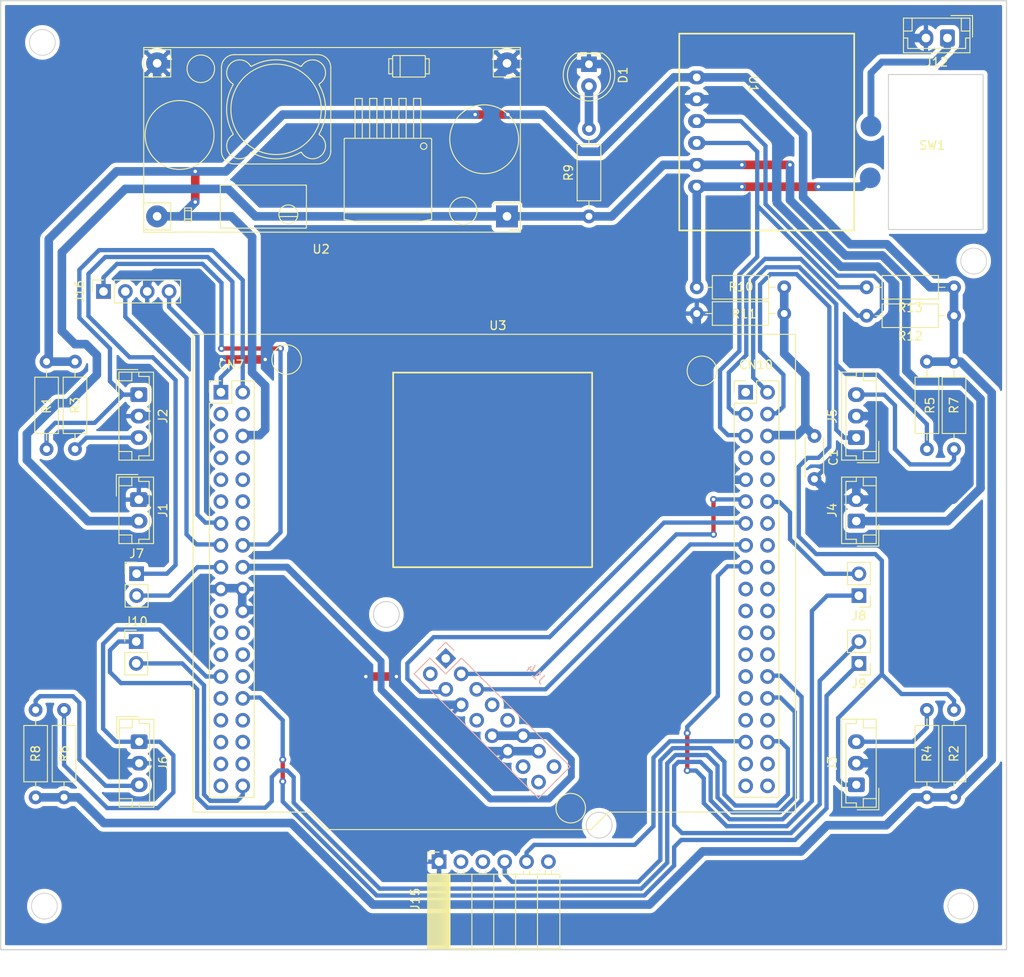
<source format=kicad_pcb>
(kicad_pcb (version 20211014) (generator pcbnew)
  (layers (0 "F.Cu" signal) (31 "B.Cu" signal) (34 "B.Paste" user) (35 "F.Paste" user) (36 "B.SilkS" user "B.Silkscreen") (37 "F.SilkS" user "F.Silkscreen") (38 "B.Mask" user) (39 "F.Mask" user) (44 "Edge.Cuts" user))
  (net 0 "")
  (net 1 "Vbat")
  (net 2 "GND")
  (net 3 "Net-(D1-Pad2)")
  (net 4 "+12V")
  (net 5 "MOTOR1_ENCODER")
  (net 6 "MOTOR3_ENCODER")
  (net 7 "MOTOR2_ENCODER")
  (net 8 "MOTOR4_ENCODER")
  (net 9 "MOTOR1_PWMN")
  (net 10 "MOTOR1_PWM")
  (net 11 "MOTOR2_PWMN")
  (net 12 "MOTOR2_PWM")
  (net 13 "MOTOR3_PWMN")
  (net 14 "MOTOR3_PWM")
  (net 15 "MOTOR4_PWMN")
  (net 16 "MOTOR4_PWM")
  (net 17 "+5V")
  (net 18 "Net-(J12-Pad1)")
  (net 19 "I2C_SDA")
  (net 20 "SPI_MISO")
  (net 21 "SPI_MOSI")
  (net 22 "SPI_SCLK")
  (net 33 "UART_TX")
  (net 34 "UART_RX")
  (net 36 "Net-(R10-Pad1)")
  (net 37 "I2C_SCL")
  (net 38 "SWDIO")
  (net 39 "SWCLK")
  (net 63 "+3V3")
  (net 87 "Net-(J6-Pad3)")
  (net 88 "Net-(J2-Pad3)")
  (net 90 "Net-(J3-Pad3)")
  (net 91 "Net-(J5-Pad3)")
  (footprint "Connector_PinSocket_2.54mm:PinSocket_1x04_P2.54mm_Vertical" (layer "F.Cu") (at 169.428 147.041 90)
    (fp_text reference "J16")
    (fp_text value "Conector_Programador")
  )
  (footprint "Connector_PinHeader_2.54mm:PinHeader_1x02_P2.54mm_Vertical" (layer "F.Cu") (at 173.228 187.706)
    (fp_text reference "J10")
    (fp_text value "Conector_Motor4")
  )
  (footprint "CustomLib:Nucleo_F303RE" (layer "F.Cu") (at 182.88 158.75)
    (fp_text reference "U3")
    (fp_text value "Nucleo_F303RE")
  )
  (footprint "Resistor_THT:R_Axial_DIN0207_L6.3mm_D2.5mm_P10.16mm_Horizontal" (layer "F.Cu") (at 248.4992 149.606 180)
    (fp_text reference "R11")
    (fp_text value "R")
  )
  (footprint "LED_THT:LED_D5.0mm" (layer "F.Cu") (at 225.82 120.645 -90)
    (fp_text reference "D1")
    (fp_text value "LED")
  )
  (footprint "Resistor_THT:R_Axial_DIN0207_L6.3mm_D2.5mm_P10.16mm_Horizontal" (layer "F.Cu") (at 268.224 149.86 180)
    (fp_text reference "R12")
    (fp_text value "4K7")
  )
  (footprint "Connector_PinHeader_2.54mm:PinHeader_1x02_P2.54mm_Vertical" (layer "F.Cu") (at 257.175 190.256 180)
    (fp_text reference "J9")
    (fp_text value "Conector_Motor3")
  )
  (footprint "Capacitor_THT:C_Disc_D4.3mm_W1.9mm_P5.00mm" (layer "F.Cu") (at 252.008 163.83 -90)
    (fp_text reference "C1")
    (fp_text value "100n")
  )
  (footprint "CustomLib:SW_SPST" (layer "F.Cu") (at 260.606 121.8438)
    (fp_text reference "SW1")
    (fp_text value "SW_SPST")
    (fp_rect (start 0 0) (end 11 18) (layer "Edge.Cuts") (width 0.12) (fill none))
  )
  (footprint "Connector_JST:JST_EH_B2B-EH-A_1x02_P2.50mm_Vertical" (layer "F.Cu") (at 256.875 173.716 90)
    (fp_text reference "J4")
    (fp_text value "Conector_Alim_PuenteH2")
  )
  (footprint "Connector_JST:JST_EH_B3B-EH-A_1x03_P2.50mm_Vertical" (layer "F.Cu") (at 173.574 199.343 -90)
    (fp_text reference "J6")
    (fp_text value "Conector_Encoder4")
  )
  (footprint "Connector_PinHeader_2.54mm:PinHeader_1x02_P2.54mm_Vertical" (layer "F.Cu") (at 257.175 182.377 180)
    (fp_text reference "J8")
    (fp_text value "Conector_Motor2")
  )
  (footprint "Resistor_THT:R_Axial_DIN0207_L6.3mm_D2.5mm_P10.16mm_Horizontal" (layer "F.Cu") (at 265.0744 155.194 -90)
    (fp_text reference "R5")
    (fp_text value "10k")
  )
  (footprint "Resistor_THT:R_Axial_DIN0207_L6.3mm_D2.5mm_P10.16mm_Horizontal" (layer "F.Cu") (at 268.224 155.194 -90)
    (fp_text reference "R7")
    (fp_text value "220")
  )
  (footprint "Resistor_THT:R_Axial_DIN0207_L6.3mm_D2.5mm_P10.16mm_Horizontal" (layer "F.Cu") (at 166.116 155.194 -90)
    (fp_text reference "R3")
    (fp_text value "220")
  )
  (footprint "Resistor_THT:R_Axial_DIN0207_L6.3mm_D2.5mm_P10.16mm_Horizontal" (layer "F.Cu") (at 265.0744 205.807 90)
    (fp_text reference "R4")
    (fp_text value "220")
  )
  (footprint "Resistor_THT:R_Axial_DIN0207_L6.3mm_D2.5mm_P10.16mm_Horizontal" (layer "F.Cu") (at 161.544 205.807 90)
    (fp_text reference "R8")
    (fp_text value "220")
  )
  (footprint "Resistor_THT:R_Axial_DIN0207_L6.3mm_D2.5mm_P10.16mm_Horizontal" (layer "F.Cu") (at 162.814 155.194 -90)
    (fp_text reference "R1")
    (fp_text value "10k")
  )
  (footprint "Resistor_THT:R_Axial_DIN0207_L6.3mm_D2.5mm_P10.16mm_Horizontal" (layer "F.Cu") (at 238.3392 146.558)
    (fp_text reference "R10")
    (fp_text value "R")
  )
  (footprint "Connector_JST:JST_EH_B3B-EH-A_1x03_P2.50mm_Vertical" (layer "F.Cu") (at 256.875 204.343 90)
    (fp_text reference "J3")
    (fp_text value "Conector_Encoder3")
  )
  (footprint "Resistor_THT:R_Axial_DIN0207_L6.3mm_D2.5mm_P10.16mm_Horizontal" (layer "F.Cu") (at 268.224 146.558 180)
    (fp_text reference "R13")
    (fp_text value "4K7")
  )
  (footprint "Connector_JST:JST_EH_B2B-EH-A_1x02_P2.50mm_Vertical" (layer "F.Cu") (at 173.528 171.216 -90)
    (fp_text reference "J1")
    (fp_text value "Conector_Alim_PuenteH1")
  )
  (footprint "Connector_JST:JST_EH_B2B-EH-A_1x02_P2.50mm_Vertical" (layer "F.Cu") (at 267.462 117.602 180)
    (fp_text reference "J12")
    (fp_text value "Conector_Baterias")
  )
  (footprint "CustomLib:INA219_Module" (layer "F.Cu") (at 238.3392 122.174 -90)
    (fp_text reference "U1")
    (fp_text value "INA219_Module")
  )
  (footprint "Connector_JST:JST_EH_B3B-EH-A_1x03_P2.50mm_Vertical" (layer "F.Cu") (at 256.875 164.024 90)
    (fp_text reference "J5")
    (fp_text value "Conector_Encoder2")
  )
  (footprint "Resistor_THT:R_Axial_DIN0207_L6.3mm_D2.5mm_P10.16mm_Horizontal" (layer "F.Cu") (at 225.82 138.3192 90)
    (fp_text reference "R9")
    (fp_text value "860")
  )
  (footprint "Connector_PinSocket_2.54mm:PinSocket_1x06_P2.54mm_Horizontal" (layer "F.Cu") (at 208.409095 213.278 90)
    (fp_text reference "J15")
    (fp_text value "Conector_ConversorUSB")
  )
  (footprint "Resistor_THT:R_Axial_DIN0207_L6.3mm_D2.5mm_P10.16mm_Horizontal" (layer "F.Cu") (at 268.224 205.807 90)
    (fp_text reference "R2")
    (fp_text value "10k")
  )
  (footprint "Connector_PinHeader_2.54mm:PinHeader_1x02_P2.54mm_Vertical" (layer "F.Cu") (at 173.274 179.827)
    (fp_text reference "J7")
    (fp_text value "Conector_Motor1")
  )
  (footprint "CustomLib:DCDC_StepDown_LM2596" (layer "F.Cu") (at 216.295 138.3192 180)
    (fp_text reference "U2")
    (fp_text value "LM2596_Module")
  )
  (footprint "Resistor_THT:R_Axial_DIN0207_L6.3mm_D2.5mm_P10.16mm_Horizontal" (layer "F.Cu") (at 164.846 205.807 90)
    (fp_text reference "R6")
    (fp_text value "10k")
  )
  (footprint "Connector_JST:JST_EH_B3B-EH-A_1x03_P2.50mm_Vertical" (layer "F.Cu") (at 173.528 159.024 -90)
    (fp_text reference "J2")
    (fp_text value "Conector_Encoder1")
  )
  (footprint "CustomLib:Conector_IMU" (layer "B.Cu") (at 221.877845 202.14623 135)
    (fp_text reference "J14")
    (fp_text value "Conector_IMU")
    (fp_circle (center 26.2904 -1.4224) (end 27.7904 -1.4224) (layer "Edge.Cuts") (width 0.12) (fill none))
    (fp_circle (center -8.5 -1.25) (end -7 -1.25) (layer "Edge.Cuts") (width 0.12) (fill none))
  )
  (gr_rect (start 203.073 156.464) (end 226.187 179.07) (layer "F.SilkS") (width 0.2) (fill none))
  (gr_rect (start 274.32 223.496) (end 157.48 113.26) (layer "Edge.Cuts") (width 0.15) (fill none))
  (gr_circle (center 162.33 118.11) (end 163.83 118.11) (layer "Edge.Cuts") (width 0.1) (fill none))
  (gr_circle (center 269.01 218.44) (end 270.51 218.44) (layer "Edge.Cuts") (width 0.1) (fill none))
  (gr_circle (center 162.56 218.44) (end 164.06 218.44) (layer "Edge.Cuts") (width 0.1) (fill none))
  (gr_circle (center 270.51 143.51) (end 272.01 143.51) (layer "Edge.Cuts") (width 0.1) (fill none))
  (segment (start 249.996 163.73) (end 250.952 162.774) (width 1) (layer "B.Cu") (net 1))
  (segment (start 250.952 156.718) (end 250.952 162.774) (width 1) (layer "B.Cu") (net 1))
  (segment (start 250.952 162.774) (end 252.008 163.83) (width 1) (layer "B.Cu") (net 1))
  (segment (start 246.5 163.73) (end 249.996 163.73) (width 1) (layer "B.Cu") (net 1))
  (segment (start 248.4992 149.606) (end 248.4992 154.2652) (width 1) (layer "B.Cu") (net 1))
  (segment (start 248.4992 154.2652) (end 250.952 156.718) (width 1) (layer "B.Cu") (net 1))
  (segment (start 248.4992 146.558) (end 248.4992 149.606) (width 1) (layer "B.Cu") (net 1))
  (segment (start 183.134 154.94) (end 188.214 154.94) (width 1) (layer "F.Cu") (net 2))
  (segment (start 199.898 191.77) (end 203.454 191.77) (width 1) (layer "F.Cu") (net 2))
  (via (at 188.214 154.94) (size 0.8) (drill 0.4) (layers "F.Cu" "B.Cu") (net 2))
  (via (at 199.898 191.77) (size 0.8) (drill 0.4) (layers "F.Cu" "B.Cu") (net 2))
  (via (at 203.454 191.77) (size 0.8) (drill 0.4) (layers "F.Cu" "B.Cu") (net 2))
  (via (at 183.134 154.94) (size 0.8) (drill 0.4) (layers "F.Cu" "B.Cu") (net 2))
  (segment (start 270.51 194.31) (end 270.51 197.358) (width 1) (layer "B.Cu") (net 2))
  (segment (start 243.332 124.714) (end 247.65 129.032) (width 1) (layer "B.Cu") (net 2))
  (segment (start 175.655 121.158) (end 176.163 120.65) (width 1) (layer "B.Cu") (net 2))
  (segment (start 199.898 191.77) (end 199.898 190.5) (width 1) (layer "B.Cu") (net 2))
  (segment (start 207.264 185.674) (end 219.71 185.674) (width 1) (layer "B.Cu") (net 2))
  (segment (start 188.976 152.4) (end 191.262 152.4) (width 1) (layer "B.Cu") (net 2))
  (segment (start 199.898 191.77) (end 199.898 193.802) (width 1) (layer "B.Cu") (net 2))
  (segment (start 262.636 192.532) (end 268.732 192.532) (width 1) (layer "B.Cu") (net 2))
  (segment (start 238.3392 166.2828) (end 238.3392 167.2192) (width 1) (layer "B.Cu") (net 2))
  (segment (start 181.934 146.374) (end 181.934 154.167057) (width 1) (layer "B.Cu") (net 2))
  (segment (start 191.262 152.4) (end 191.804 152.942) (width 1) (layer "B.Cu") (net 2))
  (segment (start 188.214 154.94) (end 188.214 153.162) (width 1) (layer "B.Cu") (net 2))
  (segment (start 235.966 124.714) (end 243.332 124.714) (width 1) (layer "B.Cu") (net 2))
  (segment (start 261.112 191.008) (end 262.636 192.532) (width 1) (layer "B.Cu") (net 2))
  (segment (start 191.804 177.834) (end 203.454 189.484) (width 1) (layer "B.Cu") (net 2))
  (segment (start 205.486 194.564) (end 211.364103 200.442103) (width 1) (layer "B.Cu") (net 2))
  (segment (start 216.8288 120.6242) (end 232.4358 120.6242) (width 1) (layer "B.Cu") (net 2))
  (segment (start 261.3868 156.9928) (end 263.398 159.004) (width 1) (layer "B.Cu") (net 2))
  (segment (start 168.402 176.784) (end 167.64 176.022) (width 1) (layer "B.Cu") (net 2))
  (segment (start 253.492 174.625) (end 254.635 175.768) (width 1) (layer "B.Cu") (net 2))
  (segment (start 259.334 166.37) (end 259.334 162.306) (width 1) (layer "B.Cu") (net 2))
  (segment (start 263.398 159.004) (end 268.732 159.004) (width 1) (layer "B.Cu") (net 2))
  (segment (start 180.45 144.89) (end 181.934 146.374) (width 1) (layer "B.Cu") (net 2))
  (segment (start 243.922 168.81) (end 244.022 168.91) (width 1) (layer "B.Cu") (net 2))
  (segment (start 219.71 185.674) (end 238.3392 167.0448) (width 1) (layer "B.Cu") (net 2))
  (segment (start 185.54 181.51) (end 183 181.51) (width 1) (layer "B.Cu") (net 2))
  (segment (start 175.24 161.524) (end 176.022 162.306) (width 1) (layer "B.Cu") (net 2))
  (segment (start 261.3868 146.189876) (end 261.3868 156.9928) (width 1) (layer "B.Cu") (net 2))
  (segment (start 183.062 181.61) (end 180.848 181.61) (width 1) (layer "B.Cu") (net 2))
  (segment (start 175.655 120.5392) (end 175.655 125.589) (width 1) (layer "B.Cu") (net 2))
  (segment (start 270.51 197.358) (end 266.025 201.843) (width 1) (layer "B.Cu") (net 2))
  (segment (start 266.025 201.843) (end 256.875 201.843) (width 1) (layer "B.Cu") (net 2))
  (segment (start 270.002 169.357522) (end 268.143522 171.216) (width 1) (layer "B.Cu") (net 2))
  (segment (start 205.975949 195.053949) (end 205.486 194.564) (width 1) (layer "B.Cu") (net 2))
  (segment (start 254.394 171.216) (end 252.008 168.83) (width 1) (layer "B.Cu") (net 2))
  (segment (start 214.63 129.032) (end 218.44 132.842) (width 1) (layer "B.Cu") (net 2))
  (segment (start 203.454 189.484) (end 207.264 185.674) (width 1) (layer "B.Cu") (net 2))
  (segment (start 253.492 172.118) (end 253.492 174.625) (width 1) (layer "B.Cu") (net 2))
  (segment (start 173.528 161.524) (end 175.24 161.524) (width 1) (layer "B.Cu") (net 2))
  (segment (start 261.112 177.546) (end 261.112 191.008) (width 1) (layer "B.Cu") (net 2))
  (segment (start 174.508 147.041) (end 174.508 145.838919) (width 1) (layer "B.Cu") (net 2))
  (segment (start 176.163 120.65) (end 215.787 120.65) (width 1) (layer "B.Cu") (net 2))
  (segment (start 216.369483 200.442103) (end 219.961586 200.442103) (width 1) (layer "B.Cu") (net 2))
  (segment (start 256.875 168.829) (end 259.334 166.37) (width 1) (layer "B.Cu") (net 2))
  (segment (start 254.394 171.216) (end 253.492 172.118) (width 1) (layer "B.Cu") (net 2))
  (segment (start 203.454 191.77) (end 203.454 192.532) (width 1) (layer "B.Cu") (net 2))
  (segment (start 238.3392 167.0448) (end 238.3392 166.2828) (width 1) (layer "B.Cu") (net 2))
  (segment (start 256.875 171.216) (end 256.875 168.829) (width 1) (layer "B.Cu") (net 2))
  (segment (start 247.65 129.032) (end 247.65 136.737596) (width 1) (layer "B.Cu") (net 2))
  (segment (start 268.732 159.004) (end 270.002 160.274) (width 1) (layer "B.Cu") (net 2))
  (segment (start 259.334 175.768) (end 261.112 177.546) (width 1) (layer "B.Cu") (net 2))
  (segment (start 268.143522 171.216) (end 256.875 171.216) (width 1) (layer "B.Cu") (net 2))
  (segment (start 258.552 161.524) (end 256.875 161.524) (width 1) (layer "B.Cu") (net 2))
  (segment (start 176.022 162.306) (end 176.022 175.006) (width 1) (layer "B.Cu") (net 2))
  (segment (start 208.409095 202.313095) (end 208.409095 213.278) (width 1) (layer "B.Cu") (net 2))
  (segment (start 188.214 153.162) (end 188.976 152.4) (width 1) (layer "B.Cu") (net 2))
  (segment (start 259.334 162.306) (end 258.552 161.524) (width 1) (layer "B.Cu") (net 2))
  (segment (start 174.772 171.216) (end 173.528 171.216) (width 1) (layer "B.Cu") (net 2))
  (segment (start 185.54 184.05) (end 185.54 181.51) (width 1) (layer "B.Cu") (net 2))
  (segment (start 216.295 121.158) (end 214.63 122.823) (width 1) (layer "B.Cu") (net 2))
  (segment (start 235.458 117.602) (end 264.962 117.602) (width 1) (layer "B.Cu") (net 2))
  (segment (start 178.054 184.404) (end 170.434 184.404) (width 1) (layer "B.Cu") (net 2))
  (segment (start 216.295 121.158) (end 216.8288 120.6242) (width 1) (layer "B.Cu") (net 2))
  (segment (start 256.875 171.216) (end 254.394 171.216) (width 1) (layer "B.Cu") (net 2))
  (segment (start 203.454 191.77) (end 203.454 189.484) (width 1) (layer "B.Cu") (net 2))
  (segment (start 199.898 193.802) (end 208.409095 202.313095) (width 1) (layer "B.Cu") (net 2))
  (segment (start 176.022 175.006) (end 174.244 176.784) (width 1) (layer "B.Cu") (net 2))
  (segment (start 215.787 120.65) (end 216.295 121.158) (width 1) (layer "B.Cu") (net 2))
  (segment (start 176.022 172.466) (end 174.772 171.216) (width 1) (layer "B.Cu") (net 2))
  (segment (start 175.456919 144.89) (end 180.45 144.89) (width 1) (layer "B.Cu") (net 2))
  (segment (start 259.354924 144.158) (end 261.3868 146.189876) (width 1) (layer "B.Cu") (net 2))
  (segment (start 199.898 190.5) (end 193.448 184.05) (width 1) (layer "B.Cu") (net 2))
  (segment (start 270.002 160.274) (end 270.002 169.357522) (width 1) (layer "B.Cu") (net 2))
  (segment (start 238.3392 149.606) (end 238.3392 166.2828) (width 1) (layer "B.Cu") (net 2))
  (segment (start 168.148 200.152) (end 168.148 182.118) (width 1) (layer "B.Cu") (net 2))
  (segment (start 254.635 175.768) (end 259.334 175.768) (width 1) (layer "B.Cu") (net 2))
  (segment (start 255.070404 144.158) (end 259.354924 144.158) (width 1) (layer "B.Cu") (net 2))
  (segment (start 210.98133 195.053949) (end 205.975949 195.053949) (width 1) (layer "B.Cu") (net 2))
  (segment (start 180.848 181.61) (end 178.054 184.404) (width 1) (layer "B.Cu") (net 2))
  (segment (start 191.804 152.942) (end 191.804 177.834) (width 1) (layer "B.Cu") (net 2))
  (segment (start 247.65 136.737596) (end 255.070404 144.158) (width 1) (layer "B.Cu") (net 2))
  (segment (start 240.03 168.91) (end 244.022 168.91) (width 1) (layer "B.Cu") (net 2))
  (segment (start 158.75 142.494) (end 158.75 167.132) (width 1) (layer "B.Cu") (net 2))
  (segment (start 211.364103 200.442103) (end 216.369483 200.442103) (width 1) (layer "B.Cu") (net 2))
  (segment (start 182.706943 154.94) (end 183.134 154.94) (width 1) (layer "B.Cu") (net 2))
  (segment (start 214.63 122.823) (end 214.63 129.032) (width 1) (layer "B.Cu") (net 2))
  (segment (start 173.574 201.843) (end 169.839 201.843) (width 1) (layer "B.Cu") (net 2))
  (segment (start 174.508 145.838919) (end 175.456919 144.89) (width 1) (layer "B.Cu") (net 2))
  (segment (start 238.3392 149.606) (end 238.252 149.6932) (width 1) (layer "B.Cu") (net 2))
  (segment (start 193.448 184.05) (end 185.54 184.05) (width 1) (layer "B.Cu") (net 2))
  (segment (start 238.3392 167.2192) (end 240.03 168.91) (width 1) (layer "B.Cu") (net 2))
  (segment (start 158.75 167.132) (end 167.64 176.022) (width 1) (layer "B.Cu") (net 2))
  (segment (start 227.838 132.842) (end 235.966 124.714) (width 1) (layer "B.Cu") (net 2))
  (segment (start 168.148 182.118) (end 168.148 176.53) (width 1) (layer "B.Cu") (net 2))
  (segment (start 175.655 125.589) (end 158.75 142.494) (width 1) (layer "B.Cu") (net 2))
  (segment (start 181.934 154.167057) (end 182.706943 154.94) (width 1) (layer "B.Cu") (net 2))
  (segment (start 168.148 176.53) (end 167.64 176.022) (width 1) (layer "B.Cu") (net 2))
  (segment (start 232.4358 120.6242) (end 235.458 117.602) (width 1) (layer "B.Cu") (net 2))
  (segment (start 169.839 201.843) (end 168.148 200.152) (width 1) (layer "B.Cu") (net 2))
  (segment (start 174.244 176.784) (end 168.402 176.784) (width 1) (layer "B.Cu") (net 2))
  (segment (start 268.732 192.532) (end 270.51 194.31) (width 1) (layer "B.Cu") (net 2))
  (segment (start 218.44 132.842) (end 227.838 132.842) (width 1) (layer "B.Cu") (net 2))
  (segment (start 170.434 184.404) (end 168.148 182.118) (width 1) (layer "B.Cu") (net 2))
  (segment (start 203.454 192.532) (end 205.486 194.564) (width 1) (layer "B.Cu") (net 2))
  (segment (start 225.82 123.698) (end 225.82 127.923) (width 1) (layer "B.Cu") (net 3))
  (segment (start 249.174 132.334) (end 243.586 132.334) (width 1) (layer "F.Cu") (net 4))
  (via (at 243.586 132.334) (size 0.8) (drill 0.4) (layers "F.Cu" "B.Cu") (net 4))
  (via (at 249.174 132.334) (size 0.8) (drill 0.4) (layers "F.Cu" "B.Cu") (net 4))
  (segment (start 271.302 169.896) (end 267.482 173.716) (width 1) (layer "B.Cu") (net 4))
  (segment (start 183.896 135.128) (end 187.0872 138.3192) (width 1) (layer "B.Cu") (net 4))
  (segment (start 262.6868 156.2608) (end 263.906 157.48) (width 1) (layer "B.Cu") (net 4))
  (segment (start 234.442 132.334) (end 228.4568 138.3192) (width 1) (layer "B.Cu") (net 4))
  (segment (start 243.586 132.334) (end 234.442 132.334) (width 1) (layer "B.Cu") (net 4))
  (segment (start 167.386 153.162) (end 166.116 153.162) (width 1) (layer "B.Cu") (net 4))
  (segment (start 165.354 160.02) (end 168.656 156.718) (width 1) (layer "B.Cu") (net 4))
  (segment (start 166.116 153.162) (end 164.592 151.638) (width 1) (layer "B.Cu") (net 4))
  (segment (start 249.174 132.334) (end 249.174 136.423118) (width 1) (layer "B.Cu") (net 4))
  (segment (start 216.295 138.3192) (end 225.82 138.3192) (width 1) (layer "B.Cu") (net 4))
  (segment (start 267.482 173.716) (end 256.875 173.716) (width 1) (layer "B.Cu") (net 4))
  (segment (start 263.906 157.48) (end 269.24 157.48) (width 1) (layer "B.Cu") (net 4))
  (segment (start 173.528 173.716) (end 167.62 173.716) (width 1) (layer "B.Cu") (net 4))
  (segment (start 269.24 157.48) (end 271.302 159.542) (width 1) (layer "B.Cu") (net 4))
  (segment (start 164.084 160.02) (end 165.354 160.02) (width 1) (layer "B.Cu") (net 4))
  (segment (start 160.528 166.624) (end 160.528 163.576) (width 1) (layer "B.Cu") (net 4))
  (segment (start 271.302 159.542) (end 271.302 169.896) (width 1) (layer "B.Cu") (net 4))
  (segment (start 160.528 163.576) (end 164.084 160.02) (width 1) (layer "B.Cu") (net 4))
  (segment (start 168.656 156.718) (end 168.656 154.432) (width 1) (layer "B.Cu") (net 4))
  (segment (start 167.62 173.716) (end 160.528 166.624) (width 1) (layer "B.Cu") (net 4))
  (segment (start 171.958 135.128) (end 183.896 135.128) (width 1) (layer "B.Cu") (net 4))
  (segment (start 164.592 142.494) (end 171.958 135.128) (width 1) (layer "B.Cu") (net 4))
  (segment (start 187.0872 138.3192) (end 216.295 138.3192) (width 1) (layer "B.Cu") (net 4))
  (segment (start 259.893402 142.858) (end 262.6868 145.651398) (width 1) (layer "B.Cu") (net 4))
  (segment (start 255.608882 142.858) (end 259.893402 142.858) (width 1) (layer "B.Cu") (net 4))
  (segment (start 249.174 136.423118) (end 255.608882 142.858) (width 1) (layer "B.Cu") (net 4))
  (segment (start 168.656 154.432) (end 167.386 153.162) (width 1) (layer "B.Cu") (net 4))
  (segment (start 228.4568 138.3192) (end 225.82 138.3192) (width 1) (layer "B.Cu") (net 4))
  (segment (start 262.6868 145.651398) (end 262.6868 156.2608) (width 1) (layer "B.Cu") (net 4))
  (segment (start 164.592 151.638) (end 164.592 142.494) (width 1) (layer "B.Cu") (net 4))
  (segment (start 170.18 153.67) (end 166.624 150.114) (width 0.5) (layer "B.Cu") (net 5))
  (segment (start 170.18 157.48) (end 170.18 153.67) (width 0.5) (layer "B.Cu") (net 5))
  (segment (start 171.684 159.024) (end 173.528 159.024) (width 0.5) (layer "B.Cu") (net 5))
  (segment (start 182.118 142.24) (end 185.602 145.724) (width 0.5) (layer "B.Cu") (net 5))
  (segment (start 162.814 165.354) (end 162.814 163.322) (width 0.5) (layer "B.Cu") (net 5))
  (segment (start 162.814 163.322) (end 163.83 162.306) (width 0.5) (layer "B.Cu") (net 5))
  (segment (start 166.624 150.114) (end 166.624 144.526) (width 0.5) (layer "B.Cu") (net 5))
  (segment (start 185.602 158.588) (end 185.54 158.65) (width 0.5) (layer "B.Cu") (net 5))
  (segment (start 163.83 162.306) (end 168.402 162.306) (width 0.5) (layer "B.Cu") (net 5))
  (segment (start 168.402 162.306) (end 171.684 159.024) (width 0.5) (layer "B.Cu") (net 5))
  (segment (start 171.724 159.024) (end 170.18 157.48) (width 0.5) (layer "B.Cu") (net 5))
  (segment (start 166.624 144.526) (end 168.91 142.24) (width 0.5) (layer "B.Cu") (net 5))
  (segment (start 168.91 142.24) (end 182.118 142.24) (width 0.5) (layer "B.Cu") (net 5))
  (segment (start 173.528 159.024) (end 171.724 159.024) (width 0.5) (layer "B.Cu") (net 5))
  (segment (start 185.602 145.724) (end 185.602 158.588) (width 0.5) (layer "B.Cu") (net 5))
  (segment (start 259.08 177.546) (end 252.222 177.546) (width 0.5) (layer "B.Cu") (net 6))
  (segment (start 250.19 175.514) (end 250.19 167.386) (width 0.5) (layer "B.Cu") (net 6))
  (segment (start 247.623 161.19) (end 246.5 161.19) (width 0.5) (layer "B.Cu") (net 6))
  (segment (start 250.19 167.386) (end 251.206 166.37) (width 0.5) (layer "B.Cu") (net 6))
  (segment (start 252.222 177.546) (end 250.19 175.514) (width 0.5) (layer "B.Cu") (net 6))
  (segment (start 262.128 193.802) (end 259.842 191.516) (width 0.5) (layer "B.Cu") (net 6))
  (segment (start 254.762 203.708) (end 255.397 204.343) (width 0.5) (layer "B.Cu") (net 6))
  (segment (start 259.842 178.308) (end 259.08 177.546) (width 0.5) (layer "B.Cu") (net 6))
  (segment (start 249.936 145.034) (end 246.888 145.034) (width 0.5) (layer "B.Cu") (net 6))
  (segment (start 259.842 191.516) (end 259.842 178.308) (width 0.5) (layer "B.Cu") (net 6))
  (segment (start 248.412 160.401) (end 247.623 161.19) (width 0.5) (layer "B.Cu") (net 6))
  (segment (start 259.842 191.516) (end 254.762 196.596) (width 0.5) (layer "B.Cu") (net 6))
  (segment (start 251.206 166.37) (end 252.476 166.37) (width 0.5) (layer "B.Cu") (net 6))
  (segment (start 268.224 194.564) (end 267.462 193.802) (width 0.5) (layer "B.Cu") (net 6))
  (segment (start 245.694 146.228) (end 245.694 154) (width 0.5) (layer "B.Cu") (net 6))
  (segment (start 267.462 193.802) (end 262.128 193.802) (width 0.5) (layer "B.Cu") (net 6))
  (segment (start 253.746 148.844) (end 249.936 145.034) (width 0.5) (layer "B.Cu") (net 6))
  (segment (start 252.476 166.37) (end 253.746 165.1) (width 0.5) (layer "B.Cu") (net 6))
  (segment (start 253.746 165.1) (end 253.746 148.844) (width 0.5) (layer "B.Cu") (net 6))
  (segment (start 254.762 196.596) (end 254.762 203.708) (width 0.5) (layer "B.Cu") (net 6))
  (segment (start 245.694 154) (end 248.412 156.718) (width 0.5) (layer "B.Cu") (net 6))
  (segment (start 246.888 145.034) (end 245.694 146.228) (width 0.5) (layer "B.Cu") (net 6))
  (segment (start 248.412 156.718) (end 248.412 160.401) (width 0.5) (layer "B.Cu") (net 6))
  (segment (start 255.397 204.343) (end 256.875 204.343) (width 0.5) (layer "B.Cu") (net 6))
  (segment (start 268.224 195.647) (end 268.224 194.564) (width 0.5) (layer "B.Cu") (net 6))
  (segment (start 254.546 163.106) (end 254.546 155.156) (width 0.5) (layer "B.Cu") (net 7))
  (segment (start 254.546 155.486) (end 254.546 155.156) (width 0.5) (layer "B.Cu") (net 7))
  (segment (start 256.875 164.024) (end 255.464 164.024) (width 0.5) (layer "B.Cu") (net 7))
  (segment (start 265.0744 162.4584) (end 259.334 156.718) (width 0.5) (layer "B.Cu") (net 7))
  (segment (start 265.0744 165.354) (end 265.0744 162.4584) (width 0.5) (layer "B.Cu") (net 7))
  (segment (start 246.418 144.234) (end 244.894 145.758) (width 0.5) (layer "B.Cu") (net 7))
  (segment (start 244.894 157.044) (end 246.6 158.75) (width 0.5) (layer "B.Cu") (net 7))
  (segment (start 254.546 155.156) (end 254.546 148.51263) (width 0.5) (layer "B.Cu") (net 7))
  (segment (start 244.894 145.758) (end 244.894 157.044) (width 0.5) (layer "B.Cu") (net 7))
  (segment (start 250.26737 144.234) (end 246.418 144.234) (width 0.5) (layer "B.Cu") (net 7))
  (segment (start 255.778 156.718) (end 254.546 155.486) (width 0.5) (layer "B.Cu") (net 7))
  (segment (start 255.464 164.024) (end 254.546 163.106) (width 0.5) (layer "B.Cu") (net 7))
  (segment (start 254.546 148.51263) (end 250.26737 144.234) (width 0.5) (layer "B.Cu") (net 7))
  (segment (start 259.334 156.718) (end 255.778 156.718) (width 0.5) (layer "B.Cu") (net 7))
  (segment (start 177.546 205.232) (end 175.73 207.048) (width 0.5) (layer "B.Cu") (net 8))
  (segment (start 175.892 186.306) (end 171.072 186.306) (width 0.5) (layer "B.Cu") (net 8))
  (segment (start 175.975 199.343) (end 177.546 200.914) (width 0.5) (layer "B.Cu") (net 8))
  (segment (start 181.356 191.77) (end 175.892 186.306) (width 0.5) (layer "B.Cu") (net 8))
  (segment (start 171.072 186.306) (end 169.38 187.998) (width 0.5) (layer "B.Cu") (net 8))
  (segment (start 183.062 191.77) (end 181.356 191.77) (width 0.5) (layer "B.Cu") (net 8))
  (segment (start 170.895 199.343) (end 173.574 199.343) (width 0.5) (layer "B.Cu") (net 8))
  (segment (start 169.38 187.998) (end 169.38 197.828) (width 0.5) (layer "B.Cu") (net 8))
  (segment (start 177.546 200.914) (end 177.546 205.232) (width 0.5) (layer "B.Cu") (net 8))
  (segment (start 169.84863 207.048) (end 164.846 202.04537) (width 0.5) (layer "B.Cu") (net 8))
  (segment (start 169.38 197.828) (end 170.895 199.343) (width 0.5) (layer "B.Cu") (net 8))
  (segment (start 175.73 207.048) (end 169.84863 207.048) (width 0.5) (layer "B.Cu") (net 8))
  (segment (start 164.846 202.04537) (end 164.846 195.647) (width 0.5) (layer "B.Cu") (net 8))
  (segment (start 173.574 199.343) (end 175.975 199.343) (width 0.5) (layer "B.Cu") (net 8))
  (segment (start 173.274 179.827) (end 176.789 179.827) (width 0.5) (layer "B.Cu") (net 9))
  (segment (start 176.789 179.827) (end 177.8 178.816) (width 0.5) (layer "B.Cu") (net 9))
  (segment (start 167.678 144.996) (end 169.634 143.04) (width 0.5) (layer "B.Cu") (net 9))
  (segment (start 181.53263 143.04) (end 184.404 145.91137) (width 0.5) (layer "B.Cu") (net 9))
  (segment (start 175.14463 154.686) (end 172.466 154.686) (width 0.5) (layer "B.Cu") (net 9))
  (segment (start 169.634 143.04) (end 181.53263 143.04) (width 0.5) (layer "B.Cu") (net 9))
  (segment (start 184.404 155.702) (end 183.062 157.044) (width 0.5) (layer "B.Cu") (net 9))
  (segment (start 183.062 157.044) (end 183.062 158.75) (width 0.5) (layer "B.Cu") (net 9))
  (segment (start 172.466 154.686) (end 167.678 149.898) (width 0.5) (layer "B.Cu") (net 9))
  (segment (start 177.8 178.816) (end 177.8 157.34137) (width 0.5) (layer "B.Cu") (net 9))
  (segment (start 184.404 145.91137) (end 184.404 155.702) (width 0.5) (layer "B.Cu") (net 9))
  (segment (start 167.678 149.898) (end 167.678 144.996) (width 0.5) (layer "B.Cu") (net 9))
  (segment (start 177.8 157.34137) (end 175.14463 154.686) (width 0.5) (layer "B.Cu") (net 9))
  (segment (start 173.274 182.367) (end 177.043 182.367) (width 0.5) (layer "B.Cu") (net 10))
  (segment (start 180.34 179.07) (end 183.062 179.07) (width 0.5) (layer "B.Cu") (net 10))
  (segment (start 177.043 182.367) (end 180.34 179.07) (width 0.5) (layer "B.Cu") (net 10))
  (segment (start 183 178.97) (end 182.97 179) (width 0.5) (layer "B.Cu") (net 10))
  (segment (start 237.236 202.692) (end 237.236 198.3405) (width 0.5) (layer "F.Cu") (net 11))
  (via (at 237.236 198.3405) (size 0.8) (drill 0.4) (layers "F.Cu" "B.Cu") (net 11))
  (via (at 237.236 202.692) (size 0.8) (drill 0.4) (layers "F.Cu" "B.Cu") (net 11))
  (segment (start 237.236 197.612) (end 240.792 194.056) (width 0.5) (layer "B.Cu") (net 11))
  (segment (start 253.487 182.377) (end 257.175 182.377) (width 0.5) (layer "B.Cu") (net 11))
  (segment (start 251.714 206.248) (end 251.714 184.15) (width 0.5) (layer "B.Cu") (net 11))
  (segment (start 240.792 180.086) (end 241.908 178.97) (width 0.5) (layer "B.Cu") (net 11))
  (segment (start 239.154 206.480113) (end 241.829889 209.156001) (width 0.5) (layer "B.Cu") (net 11))
  (segment (start 248.805999 209.156001) (end 251.714 206.248) (width 0.5) (layer "B.Cu") (net 11))
  (segment (start 237.236 198.3405) (end 237.236 197.612) (width 0.5) (layer "B.Cu") (net 11))
  (segment (start 251.714 184.15) (end 253.487 182.377) (width 0.5) (layer "B.Cu") (net 11))
  (segment (start 239.154 203.594) (end 239.154 206.480113) (width 0.5) (layer "B.Cu") (net 11))
  (segment (start 241.908 178.97) (end 243.96 178.97) (width 0.5) (layer "B.Cu") (net 11))
  (segment (start 237.236 202.692) (end 238.252 202.692) (width 0.5) (layer "B.Cu") (net 11))
  (segment (start 240.792 194.056) (end 240.792 180.086) (width 0.5) (layer "B.Cu") (net 11))
  (segment (start 241.829889 209.156001) (end 248.805999 209.156001) (width 0.5) (layer "B.Cu") (net 11))
  (segment (start 238.252 202.692) (end 239.154 203.594) (width 0.5) (layer "B.Cu") (net 11))
  (segment (start 247.954 171.5) (end 246.65 171.5) (width 0.5) (layer "B.Cu") (net 12))
  (segment (start 253.185315 179.837) (end 249.174 175.825685) (width 0.5) (layer "B.Cu") (net 12))
  (segment (start 257.175 179.837) (end 253.185315 179.837) (width 0.5) (layer "B.Cu") (net 12))
  (segment (start 249.174 175.825685) (end 249.174 172.72) (width 0.5) (layer "B.Cu") (net 12))
  (segment (start 249.174 172.72) (end 247.954 171.5) (width 0.5) (layer "B.Cu") (net 12))
  (segment (start 190.246 201.422) (end 190.246 203.962) (width 0.5) (layer "F.Cu") (net 13))
  (via (at 190.246 201.422) (size 0.8) (drill 0.4) (layers "F.Cu" "B.Cu") (net 13))
  (via (at 190.246 203.962) (size 0.8) (drill 0.4) (layers "F.Cu" "B.Cu") (net 13))
  (segment (start 201.164133 217.208) (end 232.233371 217.208) (width 0.5) (layer "B.Cu") (net 13))
  (segment (start 235.712 213.72937) (end 235.712 211.582) (width 0.5) (layer "B.Cu") (net 13))
  (segment (start 236.537999 210.756001) (end 249.745999 210.756001) (width 0.5) (layer "B.Cu") (net 13))
  (segment (start 253.416 194.015) (end 257.175 190.256) (width 0.5) (layer "B.Cu") (net 13))
  (segment (start 190.246 206.289867) (end 201.164133 217.208) (width 0.5) (layer "B.Cu") (net 13))
  (segment (start 187.606 194.21) (end 185.54 194.21) (width 0.5) (layer "B.Cu") (net 13))
  (segment (start 190.246 196.85) (end 187.606 194.21) (width 0.5) (layer "B.Cu") (net 13))
  (segment (start 190.246 203.962) (end 190.246 206.289867) (width 0.5) (layer "B.Cu") (net 13))
  (segment (start 232.233371 217.208) (end 235.712 213.72937) (width 0.5) (layer "B.Cu") (net 13))
  (segment (start 235.712 211.582) (end 236.537999 210.756001) (width 0.5) (layer "B.Cu") (net 13))
  (segment (start 190.246 201.422) (end 190.246 196.85) (width 0.5) (layer "B.Cu") (net 13))
  (segment (start 249.745999 210.756001) (end 253.416 207.086) (width 0.5) (layer "B.Cu") (net 13))
  (segment (start 253.416 207.086) (end 253.416 194.015) (width 0.5) (layer "B.Cu") (net 13))
  (segment (start 238.774 201.69) (end 236.206 201.69) (width 0.5) (layer "B.Cu") (net 14))
  (segment (start 250.52 194.132) (end 250.52 206.148741) (width 0.5) (layer "B.Cu") (net 14))
  (segment (start 252.616 206.616) (end 252.616 192.275) (width 0.5) (layer "B.Cu") (net 14))
  (segment (start 236.626001 209.956001) (end 249.275999 209.956001) (width 0.5) (layer "B.Cu") (net 14))
  (segment (start 252.616 192.275) (end 257.175 187.716) (width 0.5) (layer "B.Cu") (net 14))
  (segment (start 250.52 206.148741) (end 248.312742 208.356) (width 0.5) (layer "B.Cu") (net 14))
  (segment (start 235.712 209.042) (end 236.626001 209.956001) (width 0.5) (layer "B.Cu") (net 14))
  (segment (start 249.275999 209.956001) (end 252.616 206.616) (width 0.5) (layer "B.Cu") (net 14))
  (segment (start 246.5 191.67) (end 248.058 191.67) (width 0.5) (layer "B.Cu") (net 14))
  (segment (start 248.058 191.67) (end 250.52 194.132) (width 0.5) (layer "B.Cu") (net 14))
  (segment (start 239.954 206.148742) (end 239.954 202.87) (width 0.5) (layer "B.Cu") (net 14))
  (segment (start 235.712 202.184) (end 235.712 209.042) (width 0.5) (layer "B.Cu") (net 14))
  (segment (start 236.206 201.69) (end 235.712 202.184) (width 0.5) (layer "B.Cu") (net 14))
  (segment (start 242.161259 208.356) (end 239.954 206.148742) (width 0.5) (layer "B.Cu") (net 14))
  (segment (start 248.312742 208.356) (end 242.161259 208.356) (width 0.5) (layer "B.Cu") (net 14))
  (segment (start 239.954 202.87) (end 238.774 201.69) (width 0.5) (layer "B.Cu") (net 14))
  (segment (start 240.754 205.817371) (end 240.754 202.146) (width 0.5) (layer "B.Cu") (net 15))
  (segment (start 240.754 202.146) (end 239.498 200.89) (width 0.5) (layer "B.Cu") (net 15))
  (segment (start 189.738 202.692) (end 188.976 203.454) (width 0.5) (layer "B.Cu") (net 15))
  (segment (start 188.976 203.454) (end 188.976 206.248) (width 0.5) (layer "B.Cu") (net 15))
  (segment (start 180.302 193.256) (end 179.578 192.532) (width 0.5) (layer "B.Cu") (net 15))
  (segment (start 249.72 205.81737) (end 247.981371 207.556) (width 0.5) (layer "B.Cu") (net 15))
  (segment (start 171.196 187.706) (end 173.228 187.706) (width 0.5) (layer "B.Cu") (net 15))
  (segment (start 242.49263 207.556) (end 240.754 205.817371) (width 0.5) (layer "B.Cu") (net 15))
  (segment (start 248.058 194.21) (end 249.72 195.872) (width 0.5) (layer "B.Cu") (net 15))
  (segment (start 181.49463 207.01) (end 180.302 205.81737) (width 0.5) (layer "B.Cu") (net 15))
  (segment (start 246.5 194.21) (end 248.058 194.21) (width 0.5) (layer "B.Cu") (net 15))
  (segment (start 180.302 205.81737) (end 180.302 193.256) (width 0.5) (layer "B.Cu") (net 15))
  (segment (start 170.18 191.262) (end 170.18 188.722) (width 0.5) (layer "B.Cu") (net 15))
  (segment (start 235.87463 200.89) (end 234.912 201.85263) (width 0.5) (layer "B.Cu") (net 15))
  (segment (start 234.912 201.85263) (end 234.912 213.398) (width 0.5) (layer "B.Cu") (net 15))
  (segment (start 231.902 216.408) (end 201.495503 216.408) (width 0.5) (layer "B.Cu") (net 15))
  (segment (start 190.754 202.692) (end 189.738 202.692) (width 0.5) (layer "B.Cu") (net 15))
  (segment (start 188.214 207.01) (end 181.49463 207.01) (width 0.5) (layer "B.Cu") (net 15))
  (segment (start 246.6 194.31) (end 246.5 194.21) (width 0.5) (layer "B.Cu") (net 15))
  (segment (start 179.578 192.532) (end 171.45 192.532) (width 0.5) (layer "B.Cu") (net 15))
  (segment (start 170.18 188.722) (end 171.196 187.706) (width 0.5) (layer "B.Cu") (net 15))
  (segment (start 191.516 206.428497) (end 191.516 203.454) (width 0.5) (layer "B.Cu") (net 15))
  (segment (start 188.976 206.248) (end 188.214 207.01) (width 0.5) (layer "B.Cu") (net 15))
  (segment (start 171.45 192.532) (end 170.18 191.262) (width 0.5) (layer "B.Cu") (net 15))
  (segment (start 234.912 213.398) (end 231.902 216.408) (width 0.5) (layer "B.Cu") (net 15))
  (segment (start 249.72 195.872) (end 249.72 205.81737) (width 0.5) (layer "B.Cu") (net 15))
  (segment (start 247.981371 207.556) (end 242.49263 207.556) (width 0.5) (layer "B.Cu") (net 15))
  (segment (start 191.516 203.454) (end 190.754 202.692) (width 0.5) (layer "B.Cu") (net 15))
  (segment (start 201.495503 216.408) (end 191.516 206.428497) (width 0.5) (layer "B.Cu") (net 15))
  (segment (start 239.498 200.89) (end 235.87463 200.89) (width 0.5) (layer "B.Cu") (net 15))
  (segment (start 184.95 206.21) (end 181.826 206.21) (width 0.5) (layer "B.Cu") (net 16))
  (segment (start 181.102 192.786) (end 178.562 190.246) (width 0.5) (layer "B.Cu") (net 16))
  (segment (start 178.562 190.246) (end 173.228 190.246) (width 0.5) (layer "B.Cu") (net 16))
  (segment (start 185.602 205.558) (end 184.95 206.21) (width 0.5) (layer "B.Cu") (net 16))
  (segment (start 185.602 204.47) (end 185.602 205.558) (width 0.5) (layer "B.Cu") (net 16))
  (segment (start 181.102 205.486) (end 181.102 192.786) (width 0.5) (layer "B.Cu") (net 16))
  (segment (start 181.826 206.21) (end 181.102 205.486) (width 0.5) (layer "B.Cu") (net 16))
  (segment (start 212.598 126.492) (end 216.408 126.492) (width 1) (layer "F.Cu") (net 17))
  (segment (start 180.086 136.652) (end 180.086 133.096) (width 1) (layer "F.Cu") (net 17))
  (via (at 180.086 136.652) (size 0.8) (drill 0.4) (layers "F.Cu" "B.Cu") (net 17))
  (via (at 216.408 126.492) (size 0.8) (drill 0.4) (layers "F.Cu" "B.Cu") (net 17))
  (via (at 180.086 133.096) (size 0.8) (drill 0.4) (layers "F.Cu" "B.Cu") (net 17))
  (via (at 212.598 126.492) (size 0.8) (drill 0.4) (layers "F.Cu" "B.Cu") (net 17))
  (segment (start 191.259209 208.788) (end 200.729209 218.258) (width 1) (layer "B.Cu") (net 17))
  (segment (start 265.0744 155.194) (end 268.224 155.194) (width 1) (layer "B.Cu") (net 17))
  (segment (start 260.43188 141.558) (end 265.43188 146.558) (width 1) (layer "B.Cu") (net 17))
  (segment (start 201.676 193.294) (end 201.676 189.992) (width 0.8) (layer "B.Cu") (net 17))
  (segment (start 268.224 146.558) (end 268.224 155.194) (width 1) (layer "B.Cu") (net 17))
  (segment (start 272.602 158.81) (end 272.602 201.429) (width 1) (layer "B.Cu") (net 17))
  (segment (start 218.165534 198.646051) (end 220.998051 198.646051) (width 0.8) (layer "B.Cu") (net 17))
  (segment (start 201.676 189.992) (end 190.754 179.07) (width 0.8) (layer "B.Cu") (net 17))
  (segment (start 256.14736 141.558) (end 260.43188 141.558) (width 1) (layer "B.Cu") (net 17))
  (segment (start 260.35 209.042) (end 263.585 205.807) (width 1) (layer "B.Cu") (net 17))
  (segment (start 265.43188 146.558) (end 268.224 146.558) (width 1) (layer "B.Cu") (net 17))
  (segment (start 253.492 209.042) (end 260.35 209.042) (width 1) (layer "B.Cu") (net 17))
  (segment (start 250.698 128.778) (end 250.698 136.10864) (width 1) (layer "B.Cu") (net 17))
  (segment (start 263.585 205.807) (end 265.0744 205.807) (width 1) (layer "B.Cu") (net 17))
  (segment (start 188.214 157.988) (end 186.69 156.464) (width 1) (layer "B.Cu") (net 17))
  (segment (start 272.602 201.429) (end 268.224 205.807) (width 1) (layer "B.Cu") (net 17))
  (segment (start 185.54 179.008) (end 185.602 179.07) (width 0.8) (layer "B.Cu") (net 17))
  (segment (start 250.698 136.10864) (end 256.14736 141.558) (width 1) (layer "B.Cu") (net 17))
  (segment (start 220.472 126.492) (end 224.79 130.81) (width 1) (layer "B.Cu") (net 17))
  (segment (start 214.376 205.994) (end 201.676 193.294) (width 0.8) (layer "B.Cu") (net 17))
  (segment (start 214.573432 198.646051) (end 218.165534 198.646051) (width 1) (layer "B.Cu") (net 17))
  (segment (start 250.444 212.09) (end 253.492 209.042) (width 1) (layer "B.Cu") (net 17))
  (segment (start 184.2932 138.3192) (end 178.4188 138.3192) (width 1) (layer "B.Cu") (net 17))
  (segment (start 166.491782 205.807) (end 164.846 205.807) (width 1) (layer "B.Cu") (net 17))
  (segment (start 268.224 155.194) (end 268.986 155.194) (width 1) (layer "B.Cu") (net 17))
  (segment (start 220.998051 198.646051) (end 223.774 201.422) (width 0.8) (layer "B.Cu") (net 17))
  (segment (start 235.712 122.174) (end 238.3392 122.174) (width 1) (layer "B.Cu") (net 17))
  (segment (start 200.729209 218.258) (end 232.846 218.258) (width 1) (layer "B.Cu") (net 17))
  (segment (start 163.068 140.97) (end 163.068 154.94) (width 1) (layer "B.Cu") (net 17))
  (segment (start 265.0744 205.807) (end 268.224 205.807) (width 1) (layer "B.Cu") (net 17))
  (segment (start 190.754 179.07) (end 185.602 179.07) (width 0.8) (layer "B.Cu") (net 17))
  (segment (start 216.408 126.492) (end 220.472 126.492) (width 1) (layer "B.Cu") (net 17))
  (segment (start 164.846 205.807) (end 161.544 205.807) (width 1) (layer "B.Cu") (net 17))
  (segment (start 239.014 212.09) (end 250.444 212.09) (width 1) (layer "B.Cu") (net 17))
  (segment (start 188.214 163.068) (end 188.214 157.988) (width 1) (layer "B.Cu") (net 17))
  (segment (start 238.3392 122.174) (end 244.094 122.174) (width 1) (layer "B.Cu") (net 17))
  (segment (start 169.472782 208.788) (end 191.259209 208.788) (width 1) (layer "B.Cu") (net 17))
  (segment (start 224.79 130.81) (end 227.076 130.81) (width 1) (layer "B.Cu") (net 17))
  (segment (start 166.116 155.194) (end 162.814 155.194) (width 1) (layer "B.Cu") (net 17))
  (segment (start 163.068 154.94) (end 162.814 155.194) (width 1) (layer "B.Cu") (net 17))
  (segment (start 227.076 130.81) (end 235.712 122.174) (width 1) (layer "B.Cu") (net 17))
  (segment (start 186.69 156.464) (end 186.69 140.716) (width 1) (layer "B.Cu") (net 17))
  (segment (start 185.54 163.73) (end 187.552 163.73) (width 1) (layer "B.Cu") (net 17))
  (segment (start 223.774 201.422) (end 223.774 203.380498) (width 0.8) (layer "B.Cu") (net 17))
  (segment (start 180.086 133.096) (end 170.942 133.096) (width 1) (layer "B.Cu") (net 17))
  (segment (start 187.552 163.73) (end 188.214 163.068) (width 1) (layer "B.Cu") (net 17))
  (segment (start 183.642 133.096) (end 190.246 126.492) (width 1) (layer "B.Cu") (net 17))
  (segment (start 223.774 203.380498) (end 221.160498 205.994) (width 0.8) (layer "B.Cu") (net 17))
  (segment (start 268.986 155.194) (end 272.602 158.81) (width 1) (layer "B.Cu") (net 17))
  (segment (start 221.160498 205.994) (end 214.376 205.994) (width 0.8) (layer "B.Cu") (net 17))
  (segment (start 185.54 178.97) (end 185.54 179.008) (width 0.8) (layer "B.Cu") (net 17))
  (segment (start 170.942 133.096) (end 163.068 140.97) (width 1) (layer "B.Cu") (net 17))
  (segment (start 244.094 122.174) (end 250.698 128.778) (width 1) (layer "B.Cu") (net 17))
  (segment (start 161.449 205.74) (end 161.516 205.807) (width 1) (layer "B.Cu") (net 17))
  (segment (start 180.086 133.096) (end 183.642 133.096) (width 1) (layer "B.Cu") (net 17))
  (segment (start 161.912 205.74) (end 161.845 205.807) (width 1) (layer "B.Cu") (net 17))
  (segment (start 178.4188 138.3192) (end 175.655 138.3192) (width 1) (layer "B.Cu") (net 17))
  (segment (start 186.69 140.716) (end 184.2932 138.3192) (width 1) (layer "B.Cu") (net 17))
  (segment (start 166.491782 205.807) (end 169.472782 208.788) (width 1) (layer "B.Cu") (net 17))
  (segment (start 180.086 136.652) (end 178.4188 138.3192) (width 1) (layer "B.Cu") (net 17))
  (segment (start 190.246 126.492) (end 212.598 126.492) (width 1) (layer "B.Cu") (net 17))
  (segment (start 232.846 218.258) (end 239.014 212.09) (width 1) (layer "B.Cu") (net 17))
  (segment (start 258.574 127.8438) (end 258.574 121.664) (width 0.8) (layer "B.Cu") (net 18))
  (segment (start 267.462 118.811056) (end 267.462 117.602) (width 0.8) (layer "B.Cu") (net 18))
  (segment (start 259.842 120.396) (end 265.877056 120.396) (width 0.8) (layer "B.Cu") (net 18))
  (segment (start 258.574 121.664) (end 259.842 120.396) (width 0.8) (layer "B.Cu") (net 18))
  (segment (start 265.877056 120.396) (end 267.462 118.811056) (width 0.8) (layer "B.Cu") (net 18))
  (segment (start 241.962 163.73) (end 243.96 163.73) (width 0.5) (layer "B.Cu") (net 19))
  (segment (start 245.364 137.06789) (end 245.364 143.02526) (width 0.5) (layer "B.Cu") (net 19))
  (segment (start 238.3392 129.794) (end 244.348 129.794) (width 0.5) (layer "B.Cu") (net 19))
  (segment (start 245.364 137.06789) (end 254.85411 146.558) (width 0.5) (layer "B.Cu") (net 19))
  (segment (start 245.364 143.02526) (end 243.294 145.09526) (width 0.5) (layer "B.Cu") (net 19))
  (segment (start 245.364 130.81) (end 245.364 137.06789) (width 0.5) (layer "B.Cu") (net 19))
  (segment (start 243.294 153.962) (end 241.046 156.21) (width 0.5) (layer "B.Cu") (net 19))
  (segment (start 254.85411 146.558) (end 258.064 146.558) (width 0.5) (layer "B.Cu") (net 19))
  (segment (start 244.348 129.794) (end 245.364 130.81) (width 0.5) (layer "B.Cu") (net 19))
  (segment (start 241.046 156.21) (end 241.046 162.814) (width 0.5) (layer "B.Cu") (net 19))
  (segment (start 241.046 162.814) (end 241.962 163.73) (width 0.5) (layer "B.Cu") (net 19))
  (segment (start 243.294 145.09526) (end 243.294 153.962) (width 0.5) (layer "B.Cu") (net 19))
  (segment (start 234.542 173.89) (end 221.234 187.198) (width 0.5) (layer "B.Cu") (net 20))
  (segment (start 243.96 173.89) (end 234.542 173.89) (width 0.5) (layer "B.Cu") (net 20))
  (segment (start 221.234 187.198) (end 207.772 187.198) (width 0.5) (layer "B.Cu") (net 20))
  (segment (start 204.724 192.024) (end 206.248 193.548) (width 0.5) (layer "B.Cu") (net 20))
  (segment (start 207.772 187.198) (end 204.724 190.246) (width 0.5) (layer "B.Cu") (net 20))
  (segment (start 206.248 193.548) (end 208.895176 193.548) (width 0.5) (layer "B.Cu") (net 20))
  (segment (start 204.724 190.246) (end 204.724 192.024) (width 0.5) (layer "B.Cu") (net 20))
  (segment (start 208.895176 193.548) (end 209.185278 193.257898) (width 0.5) (layer "B.Cu") (net 20))
  (segment (start 212.777381 193.257898) (end 220.762102 193.257898) (width 0.5) (layer "B.Cu") (net 21))
  (segment (start 237.59 176.43) (end 243.96 176.43) (width 0.5) (layer "B.Cu") (net 21))
  (segment (start 220.762102 193.257898) (end 237.59 176.43) (width 0.5) (layer "B.Cu") (net 21))
  (segment (start 240.284 175.26) (end 240.284 171.196) (width 0.5) (layer "F.Cu") (net 22))
  (via (at 240.284 175.26) (size 0.8) (drill 0.4) (layers "F.Cu" "B.Cu") (net 22))
  (via (at 240.284 171.196) (size 0.8) (drill 0.4) (layers "F.Cu" "B.Cu") (net 22))
  (segment (start 210.98133 191.461847) (end 219.764153 191.461847) (width 0.5) (layer "B.Cu") (net 22))
  (segment (start 235.966 175.26) (end 240.284 175.26) (width 0.5) (layer "B.Cu") (net 22))
  (segment (start 243.806 171.196) (end 243.96 171.35) (width 0.5) (layer "B.Cu") (net 22))
  (segment (start 240.284 171.196) (end 243.806 171.196) (width 0.5) (layer "B.Cu") (net 22))
  (segment (start 219.764153 191.461847) (end 235.966 175.26) (width 0.5) (layer "B.Cu") (net 22))
  (segment (start 241.554 205.486) (end 241.554 201.676) (width 0.5) (layer "B.Cu") (net 33))
  (segment (start 234.112 213.06663) (end 231.57063 215.608) (width 0.5) (layer "B.Cu") (net 33))
  (segment (start 241.554 201.676) (end 239.968 200.09) (width 0.5) (layer "B.Cu") (net 33))
  (segment (start 235.54326 200.09) (end 234.112 201.52126) (width 0.5) (layer "B.Cu") (net 33))
  (segment (start 246.5 199.29) (end 248.058 199.29) (width 0.5) (layer "B.Cu") (net 33))
  (segment (start 248.92 205.486) (end 247.65 206.756) (width 0.5) (layer "B.Cu") (net 33))
  (segment (start 216.878 215.608) (end 216.029095 214.759095) (width 0.5) (layer "B.Cu") (net 33))
  (segment (start 234.112 201.52126) (end 234.112 213.06663) (width 0.5) (layer "B.Cu") (net 33))
  (segment (start 247.65 206.756) (end 242.824 206.756) (width 0.5) (layer "B.Cu") (net 33))
  (segment (start 248.058 199.29) (end 248.92 200.152) (width 0.5) (layer "B.Cu") (net 33))
  (segment (start 239.968 200.09) (end 235.54326 200.09) (width 0.5) (layer "B.Cu") (net 33))
  (segment (start 242.824 206.756) (end 241.554 205.486) (width 0.5) (layer "B.Cu") (net 33))
  (segment (start 231.57063 215.608) (end 216.878 215.608) (width 0.5) (layer "B.Cu") (net 33))
  (segment (start 248.92 200.152) (end 248.92 205.486) (width 0.5) (layer "B.Cu") (net 33))
  (segment (start 216.029095 214.759095) (end 216.029095 213.278) (width 0.5) (layer "B.Cu") (net 33))
  (segment (start 235.21189 199.29) (end 233.312 201.18989) (width 0.5) (layer "B.Cu") (net 34))
  (segment (start 243.96 199.29) (end 235.21189 199.29) (width 0.5) (layer "B.Cu") (net 34))
  (segment (start 218.569095 212.214905) (end 218.569095 213.278) (width 0.5) (layer "B.Cu") (net 34))
  (segment (start 219.456 211.328) (end 218.569095 212.214905) (width 0.5) (layer "B.Cu") (net 34))
  (segment (start 231.14 211.328) (end 219.456 211.328) (width 0.5) (layer "B.Cu") (net 34))
  (segment (start 233.312 201.18989) (end 233.312 209.156) (width 0.5) (layer "B.Cu") (net 34))
  (segment (start 233.312 209.156) (end 231.14 211.328) (width 0.5) (layer "B.Cu") (net 34))
  (segment (start 252.476 134.874) (end 243.586 134.874) (width 1) (layer "F.Cu") (net 36))
  (via (at 252.476 134.874) (size 0.8) (drill 0.4) (layers "F.Cu" "B.Cu") (net 36))
  (via (at 243.586 134.874) (size 0.8) (drill 0.4) (layers "F.Cu" "B.Cu") (net 36))
  (segment (start 252.476 134.874) (end 257.4578 134.874) (width 1) (layer "B.Cu") (net 36))
  (segment (start 238.3392 146.558) (end 238.3392 134.874) (width 1) (layer "B.Cu") (net 36))
  (segment (start 257.4578 134.874) (end 258.488 133.8438) (width 1) (layer "B.Cu") (net 36))
  (segment (start 243.586 134.874) (end 238.3392 134.874) (width 1) (layer "B.Cu") (net 36))
  (segment (start 258.92 145.208) (end 254.63548 145.208) (width 0.5) (layer "B.Cu") (net 37))
  (segment (start 246.26463 143.256) (end 244.094 145.42663) (width 0.5) (layer "B.Cu") (net 37))
  (segment (start 250.42074 143.256) (end 246.26463 143.256) (width 0.5) (layer "B.Cu") (net 37))
  (segment (start 242.062 160.528) (end 242.724 161.19) (width 0.5) (layer "B.Cu") (net 37))
  (segment (start 257.02474 149.86) (end 250.42074 143.256) (width 0.5) (layer "B.Cu") (net 37))
  (segment (start 254.63548 145.208) (end 246.3252 136.89772) (width 0.5) (layer "B.Cu") (net 37))
  (segment (start 243.459 127.254) (end 238.3392 127.254) (width 0.5) (layer "B.Cu") (net 37))
  (segment (start 258.064 149.86) (end 259.08 149.86) (width 0.5) (layer "B.Cu") (net 37))
  (segment (start 242.724 161.19) (end 243.96 161.19) (width 0.5) (layer "B.Cu") (net 37))
  (segment (start 244.094 145.42663) (end 244.094 154.432) (width 0.5) (layer "B.Cu") (net 37))
  (segment (start 258.064 149.86) (end 257.02474 149.86) (width 0.5) (layer "B.Cu") (net 37))
  (segment (start 259.842 149.098) (end 259.842 146.13) (width 0.5) (layer "B.Cu") (net 37))
  (segment (start 242.062 156.464) (end 242.062 160.528) (width 0.5) (layer "B.Cu") (net 37))
  (segment (start 259.08 149.86) (end 259.842 149.098) (width 0.5) (layer "B.Cu") (net 37))
  (segment (start 259.842 146.13) (end 258.92 145.208) (width 0.5) (layer "B.Cu") (net 37))
  (segment (start 244.094 154.432) (end 242.062 156.464) (width 0.5) (layer "B.Cu") (net 37))
  (segment (start 246.3252 136.89772) (end 246.3252 130.1202) (width 0.5) (layer "B.Cu") (net 37))
  (segment (start 246.3252 130.1202) (end 243.459 127.254) (width 0.5) (layer "B.Cu") (net 37))
  (segment (start 180.34 152.146) (end 177.048 148.854) (width 0.5) (layer "B.Cu") (net 38))
  (segment (start 183 173.89) (end 181.256 173.89) (width 0.5) (layer "B.Cu") (net 38))
  (segment (start 181.256 173.89) (end 180.34 172.974) (width 0.5) (layer "B.Cu") (net 38))
  (segment (start 180.34 172.974) (end 180.34 152.146) (width 0.5) (layer "B.Cu") (net 38))
  (segment (start 177.048 148.854) (end 177.048 147.041) (width 0.5) (layer "B.Cu") (net 38))
  (segment (start 183 176.43) (end 180.24 176.43) (width 0.5) (layer "B.Cu") (net 39))
  (segment (start 180.24 176.43) (end 179.07 175.26) (width 0.5) (layer "B.Cu") (net 39))
  (segment (start 179.07 157.099) (end 171.958 149.987) (width 0.5) (layer "B.Cu") (net 39))
  (segment (start 179.07 175.26) (end 179.07 157.099) (width 0.5) (layer "B.Cu") (net 39))
  (segment (start 171.958 147.051) (end 171.968 147.041) (width 0.5) (layer "B.Cu") (net 39))
  (segment (start 171.958 149.987) (end 171.958 147.051) (width 0.5) (layer "B.Cu") (net 39))
  (segment (start 189.992 153.67) (end 183.134 153.67) (width 0.5) (layer "F.Cu") (net 63))
  (via (at 189.992 153.67) (size 0.8) (drill 0.4) (layers "F.Cu" "B.Cu") (net 63))
  (via (at 183.134 153.67) (size 0.8) (drill 0.4) (layers "F.Cu" "B.Cu") (net 63))
  (segment (start 189.992 175.006) (end 188.568 176.43) (width 0.5) (layer "B.Cu") (net 63))
  (segment (start 189.992 153.67) (end 189.992 175.006) (width 0.5) (layer "B.Cu") (net 63))
  (segment (start 183.134 146.05) (end 180.924 143.84) (width 0.5) (layer "B.Cu") (net 63))
  (segment (start 183.134 153.67) (end 183.134 146.05) (width 0.5) (layer "B.Cu") (net 63))
  (segment (start 169.428 145.405) (end 169.428 147.041) (width 0.5) (layer "B.Cu") (net 63))
  (segment (start 170.993 143.84) (end 169.428 145.405) (width 0.5) (layer "B.Cu") (net 63))
  (segment (start 180.924 143.84) (end 170.993 143.84) (width 0.5) (layer "B.Cu") (net 63))
  (segment (start 188.568 176.43) (end 185.54 176.43) (width 0.5) (layer "B.Cu") (net 63))
  (segment (start 165.862 194.056) (end 162.052 194.056) (width 0.5) (layer "B.Cu") (net 87))
  (segment (start 166.624 201.422) (end 166.624 194.818) (width 0.5) (layer "B.Cu") (net 87))
  (segment (start 173.574 204.343) (end 173.447 204.47) (width 0.5) (layer "B.Cu") (net 87))
  (segment (start 161.544 194.564) (end 161.544 195.647) (width 0.5) (layer "B.Cu") (net 87))
  (segment (start 169.672 204.47) (end 166.624 201.422) (width 0.5) (layer "B.Cu") (net 87))
  (segment (start 173.447 204.47) (end 169.672 204.47) (width 0.5) (layer "B.Cu") (net 87))
  (segment (start 162.052 194.056) (end 161.544 194.564) (width 0.5) (layer "B.Cu") (net 87))
  (segment (start 166.624 194.818) (end 165.862 194.056) (width 0.5) (layer "B.Cu") (net 87))
  (segment (start 173.528 164.024) (end 167.446 164.024) (width 0.5) (layer "B.Cu") (net 88))
  (segment (start 167.446 164.024) (end 166.116 165.354) (width 0.5) (layer "B.Cu") (net 88))
  (segment (start 265.0744 197.7136) (end 263.445 199.343) (width 0.5) (layer "B.Cu") (net 90))
  (segment (start 263.445 199.343) (end 256.875 199.343) (width 0.5) (layer "B.Cu") (net 90))
  (segment (start 265.0744 195.647) (end 265.0744 197.7136) (width 0.5) (layer "B.Cu") (net 90))
  (segment (start 261.366 160.274) (end 260.116 159.024) (width 0.5) (layer "B.Cu") (net 91))
  (segment (start 267.716 167.132) (end 263.144 167.132) (width 0.5) (layer "B.Cu") (net 91))
  (segment (start 260.116 159.024) (end 256.875 159.024) (width 0.5) (layer "B.Cu") (net 91))
  (segment (start 263.144 167.132) (end 261.366 165.354) (width 0.5) (layer "B.Cu") (net 91))
  (segment (start 261.366 165.354) (end 261.366 160.274) (width 0.5) (layer "B.Cu") (net 91))
  (segment (start 268.224 165.354) (end 268.224 166.624) (width 0.5) (layer "B.Cu") (net 91))
  (segment (start 268.224 166.624) (end 267.716 167.132) (width 0.5) (layer "B.Cu") (net 91))
  (zone (net 2) (net_name "GND") (layer "B.Cu") (connect_pads (clearance 0.508)) (min_thickness 0.254) (fill yes (thermal_gap 0.508) (thermal_bridge_width 0.508))
    (polygon (pts (xy 274.32 223.52) (xy 157.48 223.52) (xy 157.48 113.284) (xy 274.32 113.284)))
  )
)
</source>
